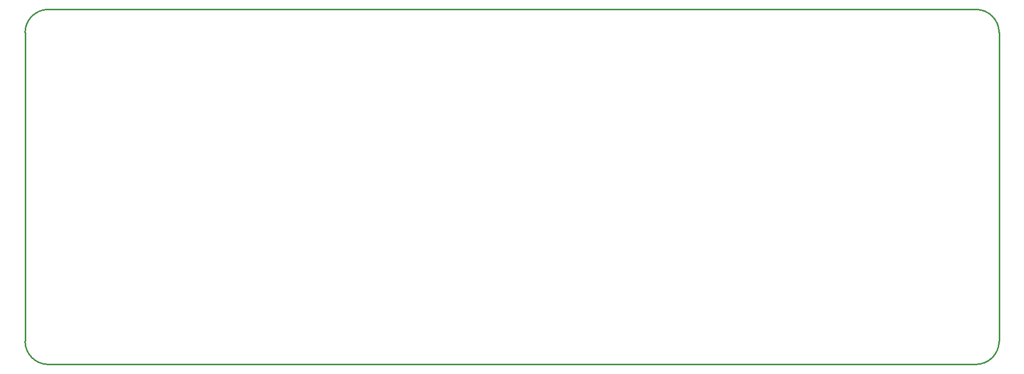
<source format=gm1>
%TF.GenerationSoftware,KiCad,Pcbnew,5.1.10*%
%TF.CreationDate,2021-12-29T22:52:08-05:00*%
%TF.ProjectId,mouse_reach_controller,6d6f7573-655f-4726-9561-63685f636f6e,1.2*%
%TF.SameCoordinates,Original*%
%TF.FileFunction,Profile,NP*%
%FSLAX46Y46*%
G04 Gerber Fmt 4.6, Leading zero omitted, Abs format (unit mm)*
G04 Created by KiCad (PCBNEW 5.1.10) date 2021-12-29 22:52:08*
%MOMM*%
%LPD*%
G01*
G04 APERTURE LIST*
%TA.AperFunction,Profile*%
%ADD10C,0.228600*%
%TD*%
G04 APERTURE END LIST*
D10*
X224790000Y-50800000D02*
G75*
G02*
X228600000Y-54610000I0J-3810000D01*
G01*
X228600000Y-105410000D02*
G75*
G02*
X224790000Y-109220000I-3810000J0D01*
G01*
X72390000Y-109220000D02*
G75*
G02*
X68580000Y-105410000I0J3810000D01*
G01*
X68580000Y-54610000D02*
G75*
G02*
X72390000Y-50800000I3810000J0D01*
G01*
X68580000Y-105410000D02*
X68580000Y-54610000D01*
X224790000Y-109220000D02*
X72390000Y-109220000D01*
X228600000Y-54610000D02*
X228600000Y-105410000D01*
X72390000Y-50800000D02*
X224790000Y-50800000D01*
M02*

</source>
